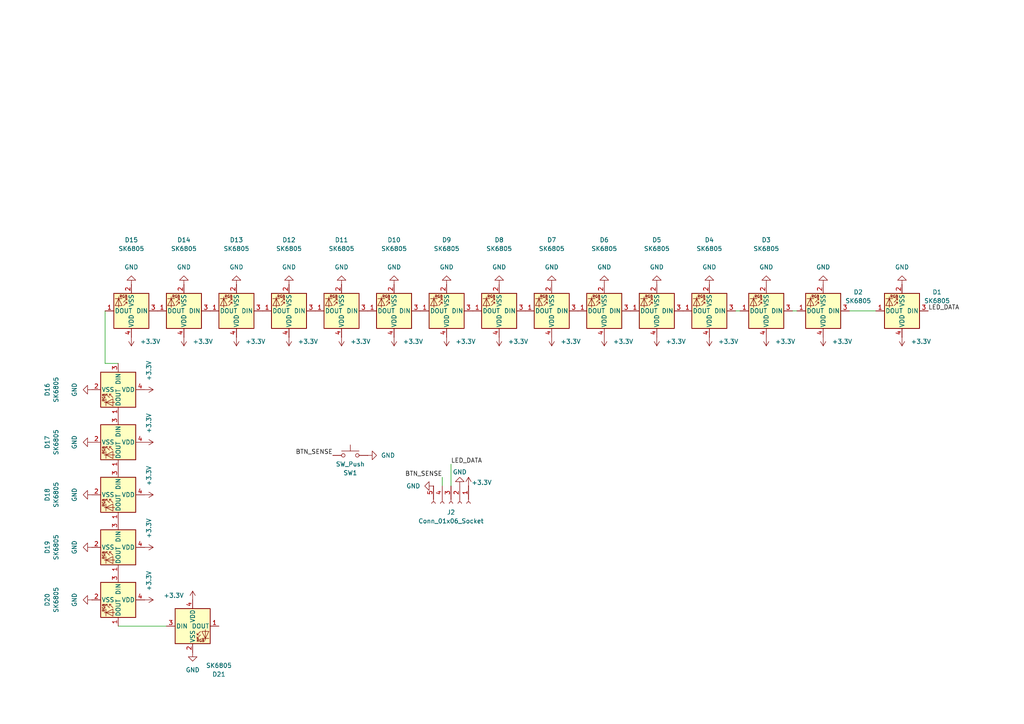
<source format=kicad_sch>
(kicad_sch (version 20250114) (generator "eeschema") (generator_version "9.0")
  (paper "A4")
  (lib_symbols
    (symbol "Connector:Conn_01x05_Socket" (pin_names (offset 1.016) (hide yes))
      (property "Reference" "J" (at 0 7.62 0))
      (property "Value" "Conn_01x05_Socket" (at 0 -7.62 0))
      (symbol "Conn_01x05_Socket_1_1"
        (polyline (pts (xy -1.27 5.08) (xy -0.508 5.08)) (stroke (width 0.1524)))
        (polyline (pts (xy -1.27 2.54) (xy -0.508 2.54)) (stroke (width 0.1524)))
        (polyline (pts (xy -1.27 0) (xy -0.508 0)) (stroke (width 0.1524)))
        (polyline (pts (xy -1.27 -2.54) (xy -0.508 -2.54)) (stroke (width 0.1524)))
        (polyline (pts (xy -1.27 -5.08) (xy -0.508 -5.08)) (stroke (width 0.1524)))
        (arc (start 0 4.572) (mid -0.5058 5.08) (end 0 5.588) (stroke (width 0.1524)))
        (arc (start 0 2.032) (mid -0.5058 2.54) (end 0 3.048) (stroke (width 0.1524)))
        (arc (start 0 -0.508) (mid -0.5058 0) (end 0 0.508) (stroke (width 0.1524)))
        (arc (start 0 -3.048) (mid -0.5058 -2.54) (end 0 -2.032) (stroke (width 0.1524)))
        (arc (start 0 -5.588) (mid -0.5058 -5.08) (end 0 -4.572) (stroke (width 0.1524)))
        (pin passive line (at -5.08 5.08 0) (length 3.81) (name "Pin_1") (number "1"))
        (pin passive line (at -5.08 2.54 0) (length 3.81) (name "Pin_2") (number "2"))
        (pin passive line (at -5.08 0 0) (length 3.81) (name "Pin_3") (number "3"))
        (pin passive line (at -5.08 -2.54 0) (length 3.81) (name "Pin_4") (number "4"))
        (pin passive line (at -5.08 -5.08 0) (length 3.81) (name "Pin_5") (number "5"))
      )
    )
    (symbol "LED:SK6805" (pin_names (offset 0.254))
      (property "Reference" "D" (at 5.08 5.715 0))
      (property "Value" "SK6805" (at 1.27 -5.715 0))
      (symbol "SK6805_0_0"
        (text "RGB" (at 2.286 -4.191 0) (effects (font (size 0.762 0.762))))
      )
      (symbol "SK6805_0_1"
        (polyline (pts (xy 1.27 -2.54) (xy 1.778 -2.54)))
        (polyline (pts (xy 1.27 -3.556) (xy 1.778 -3.556)))
        (polyline (pts (xy 2.286 -1.524) (xy 1.27 -2.54) (xy 1.27 -2.032)))
        (polyline (pts (xy 2.286 -2.54) (xy 1.27 -3.556) (xy 1.27 -3.048)))
        (polyline (pts (xy 3.683 -1.016) (xy 3.683 -3.556) (xy 3.683 -4.064)))
        (polyline (pts (xy 4.699 -1.524) (xy 2.667 -1.524) (xy 3.683 -3.556) (xy 4.699 -1.524)))
        (polyline (pts (xy 4.699 -3.556) (xy 2.667 -3.556)))
        (rectangle (start 5.08 5.08) (end -5.08 -5.08) (stroke (width 0.254)) (fill (type background)))
      )
      (symbol "SK6805_1_1"
        (pin input line (at -7.62 0 0) (length 2.54) (name "DIN") (number "3"))
        (pin power_in line (at 0 7.62 270) (length 2.54) (name "VDD") (number "4"))
        (pin power_in line (at 0 -7.62 90) (length 2.54) (name "VSS") (number "2"))
        (pin output line (at 7.62 0 180) (length 2.54) (name "DOUT") (number "1"))
      )
    )
    (symbol "Switch:SW_Push" (pin_numbers (hide yes)) (pin_names (offset 1.016) (hide yes))
      (property "Reference" "SW" (at 1.27 2.54 0))
      (property "Value" "SW_Push" (at 0 -1.524 0))
      (symbol "SW_Push_0_1"
        (circle (center -2.032 0) (radius 0.508))
        (polyline (pts (xy 0 1.27) (xy 0 3.048)))
        (circle (center 2.032 0) (radius 0.508))
        (polyline (pts (xy 2.54 1.27) (xy -2.54 1.27)))
        (pin passive line (at -5.08 0 0) (length 2.54) (name "1") (number "1"))
        (pin passive line (at 5.08 0 180) (length 2.54) (name "2") (number "2"))
      )
    )
    (symbol "power:+3.3V" (power) (pin_numbers (hide yes)) (pin_names (offset 0) (hide yes))
      (property "Value" "+3.3V" (at 0 3.556 0))
      (symbol "+3.3V_0_1"
        (polyline (pts (xy -0.762 1.27) (xy 0 2.54)))
        (polyline (pts (xy 0 2.54) (xy 0.762 1.27)))
        (polyline (pts (xy 0 0) (xy 0 2.54)))
      )
      (symbol "+3.3V_1_1"
        (pin power_in line (at 0 0 90) (length 0) (name "~") (number "1"))
      )
    )
    (symbol "power:GND" (power) (pin_numbers (hide yes)) (pin_names (offset 0) (hide yes))
      (property "Value" "GND" (at 0 -3.81 0))
      (symbol "GND_0_1"
        (polyline (pts (xy 0 0) (xy 0 -1.27) (xy 1.27 -1.27) (xy 0 -2.54) (xy -1.27 -1.27) (xy 0 -1.27)))
      )
      (symbol "GND_1_1"
        (pin power_in line (at 0 0 270) (length 0) (name "~") (number "1"))
      )
    )
  )
  (wire (pts (xy 128.27 138.43) (xy 128.27 140.97)))
  (wire (pts (xy 229.87 90.17) (xy 231.14 90.17)))
  (wire (pts (xy 34.29 105.41) (xy 30.48 105.41)))
  (wire (pts (xy 30.48 105.41) (xy 30.48 90.17)))
  (wire (pts (xy 246.38 90.17) (xy 254 90.17)))
  (wire (pts (xy 213.36 90.17) (xy 214.63 90.17)))
  (wire (pts (xy 130.81 134.62) (xy 130.81 140.97)))
  (wire (pts (xy 34.29 181.61) (xy 48.26 181.61)))
  (label "BTN_SENSE" (at 128.27 138.43 180))
  (label "LED_DATA" (at 269.24 90.17 0))
  (label "LED_DATA" (at 130.81 134.62 0))
  (label "BTN_SENSE" (at 96.52 132.08 180))
  (symbol (lib_id "power:GND") (at 68.58 82.55 180) (unit 1)
    (property "Reference" "#PWR028" (effects (hide yes)))
    (property "Value" "GND" (at 68.58 77.47 0))
    (property "Description" "Power symbol creates a global label with name \"GND\" , ground" (effects (hide yes)))
  )
  (symbol (lib_id "power:+3.3V") (at 205.74 97.79 180) (unit 1)
    (property "Reference" "#PWR011" (effects (hide yes)))
    (property "Value" "+3.3V" (at 208.28 99.0599 0) (effects (justify right)))
    (property "Description" "Power symbol creates a global label with name \"+3.3V\"" (effects (hide yes)))
  )
  (symbol (lib_id "power:+3.3V") (at 41.91 143.51 270) (unit 1)
    (property "Reference" "#PWR039" (effects (hide yes)))
    (property "Value" "+3.3V" (at 43.1799 140.97 0) (effects (justify right)))
    (property "Description" "Power symbol creates a global label with name \"+3.3V\"" (effects (hide yes)))
  )
  (symbol (lib_id "power:GND") (at 53.34 82.55 180) (unit 1)
    (property "Reference" "#PWR030" (effects (hide yes)))
    (property "Value" "GND" (at 53.34 77.47 0))
    (property "Description" "Power symbol creates a global label with name \"GND\" , ground" (effects (hide yes)))
  )
  (symbol (lib_id "LED:SK6805") (at 68.58 90.17 180) (unit 1)
    (property "Reference" "D13" (at 68.58 69.596 0))
    (property "Value" "SK6805" (at 68.58 72.136 0))
    (property "Footprint" "LED_SMD:LED_SK6805_PLCC4_2.4x2.7mm_P1.3mm" (effects (hide yes)))
    (property "Datasheet" "https://cdn-shop.adafruit.com/product-files/3484/3484_Datasheet.pdf" (effects (hide yes)))
    (property "Description" "RGB LED with integrated controller" (effects (hide yes)))
  )
  (symbol (lib_id "LED:SK6805") (at 53.34 90.17 180) (unit 1)
    (property "Reference" "D14" (at 53.34 69.596 0))
    (property "Value" "SK6805" (at 53.34 72.136 0))
    (property "Footprint" "LED_SMD:LED_SK6805_PLCC4_2.4x2.7mm_P1.3mm" (effects (hide yes)))
    (property "Datasheet" "https://cdn-shop.adafruit.com/product-files/3484/3484_Datasheet.pdf" (effects (hide yes)))
    (property "Description" "RGB LED with integrated controller" (effects (hide yes)))
  )
  (symbol (lib_id "LED:SK6805") (at 38.1 90.17 180) (unit 1)
    (property "Reference" "D15" (at 38.1 69.596 0))
    (property "Value" "SK6805" (at 38.1 72.136 0))
    (property "Footprint" "LED_SMD:LED_SK6805_PLCC4_2.4x2.7mm_P1.3mm" (effects (hide yes)))
    (property "Datasheet" "https://cdn-shop.adafruit.com/product-files/3484/3484_Datasheet.pdf" (effects (hide yes)))
    (property "Description" "RGB LED with integrated controller" (effects (hide yes)))
  )
  (symbol (lib_id "LED:SK6805") (at 34.29 143.51 270) (unit 1)
    (property "Reference" "D18" (at 13.716 143.51 0))
    (property "Value" "SK6805" (at 16.256 143.51 0))
    (property "Footprint" "LED_SMD:LED_SK6805_PLCC4_2.4x2.7mm_P1.3mm" (effects (hide yes)))
    (property "Datasheet" "https://cdn-shop.adafruit.com/product-files/3484/3484_Datasheet.pdf" (effects (hide yes)))
    (property "Description" "RGB LED with integrated controller" (effects (hide yes)))
  )
  (symbol (lib_id "LED:SK6805") (at 160.02 90.17 180) (unit 1)
    (property "Reference" "D7" (at 160.02 69.596 0))
    (property "Value" "SK6805" (at 160.02 72.136 0))
    (property "Footprint" "LED_SMD:LED_SK6805_PLCC4_2.4x2.7mm_P1.3mm" (effects (hide yes)))
    (property "Datasheet" "https://cdn-shop.adafruit.com/product-files/3484/3484_Datasheet.pdf" (effects (hide yes)))
    (property "Description" "RGB LED with integrated controller" (effects (hide yes)))
  )
  (symbol (lib_id "power:+3.3V") (at 175.26 97.79 180) (unit 1)
    (property "Reference" "#PWR015" (effects (hide yes)))
    (property "Value" "+3.3V" (at 177.8 99.0599 0) (effects (justify right)))
    (property "Description" "Power symbol creates a global label with name \"+3.3V\"" (effects (hide yes)))
  )
  (symbol (lib_id "power:+3.3V") (at 41.91 173.99 270) (unit 1)
    (property "Reference" "#PWR043" (effects (hide yes)))
    (property "Value" "+3.3V" (at 43.1799 171.45 0) (effects (justify right)))
    (property "Description" "Power symbol creates a global label with name \"+3.3V\"" (effects (hide yes)))
  )
  (symbol (lib_id "power:+3.3V") (at 38.1 97.79 180) (unit 1)
    (property "Reference" "#PWR033" (effects (hide yes)))
    (property "Value" "+3.3V" (at 40.64 99.0599 0) (effects (justify right)))
    (property "Description" "Power symbol creates a global label with name \"+3.3V\"" (effects (hide yes)))
  )
  (symbol (lib_id "power:GND") (at 205.74 82.55 180) (unit 1)
    (property "Reference" "#PWR010" (effects (hide yes)))
    (property "Value" "GND" (at 205.74 77.47 0))
    (property "Description" "Power symbol creates a global label with name \"GND\" , ground" (effects (hide yes)))
  )
  (symbol (lib_id "power:+3.3V") (at 55.88 173.99 0) (unit 1)
    (property "Reference" "#PWR045" (effects (hide yes)))
    (property "Value" "+3.3V" (at 53.34 172.7201 0) (effects (justify right)))
    (property "Description" "Power symbol creates a global label with name \"+3.3V\"" (effects (hide yes)))
  )
  (symbol (lib_id "power:+3.3V") (at 160.02 97.79 180) (unit 1)
    (property "Reference" "#PWR017" (effects (hide yes)))
    (property "Value" "+3.3V" (at 162.56 99.0599 0) (effects (justify right)))
    (property "Description" "Power symbol creates a global label with name \"+3.3V\"" (effects (hide yes)))
  )
  (symbol (lib_id "power:GND") (at 26.67 128.27 270) (unit 1)
    (property "Reference" "#PWR036" (effects (hide yes)))
    (property "Value" "GND" (at 21.59 128.27 0))
    (property "Description" "Power symbol creates a global label with name \"GND\" , ground" (effects (hide yes)))
  )
  (symbol (lib_id "power:+3.3V") (at 261.62 97.79 180) (unit 1)
    (property "Reference" "#PWR01" (effects (hide yes)))
    (property "Value" "+3.3V" (at 264.16 99.0599 0) (effects (justify right)))
    (property "Description" "Power symbol creates a global label with name \"+3.3V\"" (effects (hide yes)))
  )
  (symbol (lib_id "power:+3.3V") (at 222.25 97.79 180) (unit 1)
    (property "Reference" "#PWR09" (effects (hide yes)))
    (property "Value" "+3.3V" (at 224.79 99.0599 0) (effects (justify right)))
    (property "Description" "Power symbol creates a global label with name \"+3.3V\"" (effects (hide yes)))
  )
  (symbol (lib_id "power:+3.3V") (at 114.3 97.79 180) (unit 1)
    (property "Reference" "#PWR023" (effects (hide yes)))
    (property "Value" "+3.3V" (at 116.84 99.0599 0) (effects (justify right)))
    (property "Description" "Power symbol creates a global label with name \"+3.3V\"" (effects (hide yes)))
  )
  (symbol (lib_id "power:GND") (at 83.82 82.55 180) (unit 1)
    (property "Reference" "#PWR026" (effects (hide yes)))
    (property "Value" "GND" (at 83.82 77.47 0))
    (property "Description" "Power symbol creates a global label with name \"GND\" , ground" (effects (hide yes)))
  )
  (symbol (lib_id "LED:SK6805") (at 129.54 90.17 180) (unit 1)
    (property "Reference" "D9" (at 129.54 69.596 0))
    (property "Value" "SK6805" (at 129.54 72.136 0))
    (property "Footprint" "LED_SMD:LED_SK6805_PLCC4_2.4x2.7mm_P1.3mm" (effects (hide yes)))
    (property "Datasheet" "https://cdn-shop.adafruit.com/product-files/3484/3484_Datasheet.pdf" (effects (hide yes)))
    (property "Description" "RGB LED with integrated controller" (effects (hide yes)))
  )
  (symbol (lib_id "power:GND") (at 114.3 82.55 180) (unit 1)
    (property "Reference" "#PWR022" (effects (hide yes)))
    (property "Value" "GND" (at 114.3 77.47 0))
    (property "Description" "Power symbol creates a global label with name \"GND\" , ground" (effects (hide yes)))
  )
  (symbol (lib_id "power:GND") (at 175.26 82.55 180) (unit 1)
    (property "Reference" "#PWR014" (effects (hide yes)))
    (property "Value" "GND" (at 175.26 77.47 0))
    (property "Description" "Power symbol creates a global label with name \"GND\" , ground" (effects (hide yes)))
  )
  (symbol (lib_id "power:GND") (at 144.78 82.55 180) (unit 1)
    (property "Reference" "#PWR018" (effects (hide yes)))
    (property "Value" "GND" (at 144.78 77.47 0))
    (property "Description" "Power symbol creates a global label with name \"GND\" , ground" (effects (hide yes)))
  )
  (symbol (lib_id "LED:SK6805") (at 205.74 90.17 180) (unit 1)
    (property "Reference" "D4" (at 205.74 69.596 0))
    (property "Value" "SK6805" (at 205.74 72.136 0))
    (property "Footprint" "LED_SMD:LED_SK6805_PLCC4_2.4x2.7mm_P1.3mm" (effects (hide yes)))
    (property "Datasheet" "https://cdn-shop.adafruit.com/product-files/3484/3484_Datasheet.pdf" (effects (hide yes)))
    (property "Description" "RGB LED with integrated controller" (effects (hide yes)))
  )
  (symbol (lib_id "power:GND") (at 125.73 140.97 270) (unit 1)
    (property "Reference" "#PWR04" (effects (hide yes)))
    (property "Value" "GND" (at 121.92 140.9699 90) (effects (justify right)))
    (property "Description" "Power symbol creates a global label with name \"GND\" , ground" (effects (hide yes)))
  )
  (symbol (lib_id "power:+3.3V") (at 68.58 97.79 180) (unit 1)
    (property "Reference" "#PWR029" (effects (hide yes)))
    (property "Value" "+3.3V" (at 71.12 99.0599 0) (effects (justify right)))
    (property "Description" "Power symbol creates a global label with name \"+3.3V\"" (effects (hide yes)))
  )
  (symbol (lib_id "LED:SK6805") (at 34.29 128.27 270) (unit 1)
    (property "Reference" "D17" (at 13.716 128.27 0))
    (property "Value" "SK6805" (at 16.256 128.27 0))
    (property "Footprint" "LED_SMD:LED_SK6805_PLCC4_2.4x2.7mm_P1.3mm" (effects (hide yes)))
    (property "Datasheet" "https://cdn-shop.adafruit.com/product-files/3484/3484_Datasheet.pdf" (effects (hide yes)))
    (property "Description" "RGB LED with integrated controller" (effects (hide yes)))
  )
  (symbol (lib_id "power:GND") (at 26.67 113.03 270) (unit 1)
    (property "Reference" "#PWR034" (effects (hide yes)))
    (property "Value" "GND" (at 21.59 113.03 0))
    (property "Description" "Power symbol creates a global label with name \"GND\" , ground" (effects (hide yes)))
  )
  (symbol (lib_id "power:+3.3V") (at 238.76 97.79 180) (unit 1)
    (property "Reference" "#PWR07" (effects (hide yes)))
    (property "Value" "+3.3V" (at 241.3 99.0599 0) (effects (justify right)))
    (property "Description" "Power symbol creates a global label with name \"+3.3V\"" (effects (hide yes)))
  )
  (symbol (lib_id "LED:SK6805") (at 190.5 90.17 180) (unit 1)
    (property "Reference" "D5" (at 190.5 69.596 0))
    (property "Value" "SK6805" (at 190.5 72.136 0))
    (property "Footprint" "LED_SMD:LED_SK6805_PLCC4_2.4x2.7mm_P1.3mm" (effects (hide yes)))
    (property "Datasheet" "https://cdn-shop.adafruit.com/product-files/3484/3484_Datasheet.pdf" (effects (hide yes)))
    (property "Description" "RGB LED with integrated controller" (effects (hide yes)))
  )
  (symbol (lib_id "power:GND") (at 238.76 82.55 180) (unit 1)
    (property "Reference" "#PWR06" (effects (hide yes)))
    (property "Value" "GND" (at 238.76 77.47 0))
    (property "Description" "Power symbol creates a global label with name \"GND\" , ground" (effects (hide yes)))
  )
  (symbol (lib_id "LED:SK6805") (at 83.82 90.17 180) (unit 1)
    (property "Reference" "D12" (at 83.82 69.596 0))
    (property "Value" "SK6805" (at 83.82 72.136 0))
    (property "Footprint" "LED_SMD:LED_SK6805_PLCC4_2.4x2.7mm_P1.3mm" (effects (hide yes)))
    (property "Datasheet" "https://cdn-shop.adafruit.com/product-files/3484/3484_Datasheet.pdf" (effects (hide yes)))
    (property "Description" "RGB LED with integrated controller" (effects (hide yes)))
  )
  (symbol (lib_id "power:+3.3V") (at 135.89 140.97 0) (unit 1)
    (property "Reference" "#PWR02" (effects (hide yes)))
    (property "Value" "+3.3V" (at 139.7 139.954 0))
    (property "Description" "Power symbol creates a global label with name \"+3.3V\"" (effects (hide yes)))
  )
  (symbol (lib_id "power:GND") (at 26.67 158.75 270) (unit 1)
    (property "Reference" "#PWR040" (effects (hide yes)))
    (property "Value" "GND" (at 21.59 158.75 0))
    (property "Description" "Power symbol creates a global label with name \"GND\" , ground" (effects (hide yes)))
  )
  (symbol (lib_id "power:GND") (at 222.25 82.55 180) (unit 1)
    (property "Reference" "#PWR08" (effects (hide yes)))
    (property "Value" "GND" (at 222.25 77.47 0))
    (property "Description" "Power symbol creates a global label with name \"GND\" , ground" (effects (hide yes)))
  )
  (symbol (lib_id "LED:SK6805") (at 114.3 90.17 180) (unit 1)
    (property "Reference" "D10" (at 114.3 69.596 0))
    (property "Value" "SK6805" (at 114.3 72.136 0))
    (property "Footprint" "LED_SMD:LED_SK6805_PLCC4_2.4x2.7mm_P1.3mm" (effects (hide yes)))
    (property "Datasheet" "https://cdn-shop.adafruit.com/product-files/3484/3484_Datasheet.pdf" (effects (hide yes)))
    (property "Description" "RGB LED with integrated controller" (effects (hide yes)))
  )
  (symbol (lib_id "power:+3.3V") (at 144.78 97.79 180) (unit 1)
    (property "Reference" "#PWR019" (effects (hide yes)))
    (property "Value" "+3.3V" (at 147.32 99.0599 0) (effects (justify right)))
    (property "Description" "Power symbol creates a global label with name \"+3.3V\"" (effects (hide yes)))
  )
  (symbol (lib_id "power:GND") (at 133.35 140.97 180) (unit 1)
    (property "Reference" "#PWR03" (effects (hide yes)))
    (property "Value" "GND" (at 133.35 136.906 0))
    (property "Description" "Power symbol creates a global label with name \"GND\" , ground" (effects (hide yes)))
  )
  (symbol (lib_id "LED:SK6805") (at 55.88 181.61 0) (unit 1)
    (property "Reference" "D21" (at 63.5 195.58 0))
    (property "Value" "SK6805" (at 63.5 193.04 0))
    (property "Footprint" "LED_SMD:LED_SK6805_PLCC4_2.4x2.7mm_P1.3mm" (effects (hide yes)))
    (property "Datasheet" "https://cdn-shop.adafruit.com/product-files/3484/3484_Datasheet.pdf" (effects (hide yes)))
    (property "Description" "RGB LED with integrated controller" (effects (hide yes)))
  )
  (symbol (lib_id "power:+3.3V") (at 41.91 113.03 270) (unit 1)
    (property "Reference" "#PWR035" (effects (hide yes)))
    (property "Value" "+3.3V" (at 43.1799 110.49 0) (effects (justify right)))
    (property "Description" "Power symbol creates a global label with name \"+3.3V\"" (effects (hide yes)))
  )
  (symbol (lib_id "power:GND") (at 129.54 82.55 180) (unit 1)
    (property "Reference" "#PWR020" (effects (hide yes)))
    (property "Value" "GND" (at 129.54 77.47 0))
    (property "Description" "Power symbol creates a global label with name \"GND\" , ground" (effects (hide yes)))
  )
  (symbol (lib_id "power:+3.3V") (at 99.06 97.79 180) (unit 1)
    (property "Reference" "#PWR025" (effects (hide yes)))
    (property "Value" "+3.3V" (at 101.6 99.0599 0) (effects (justify right)))
    (property "Description" "Power symbol creates a global label with name \"+3.3V\"" (effects (hide yes)))
  )
  (symbol (lib_id "LED:SK6805") (at 34.29 173.99 270) (unit 1)
    (property "Reference" "D20" (at 13.716 173.99 0))
    (property "Value" "SK6805" (at 16.256 173.99 0))
    (property "Footprint" "LED_SMD:LED_SK6805_PLCC4_2.4x2.7mm_P1.3mm" (effects (hide yes)))
    (property "Datasheet" "https://cdn-shop.adafruit.com/product-files/3484/3484_Datasheet.pdf" (effects (hide yes)))
    (property "Description" "RGB LED with integrated controller" (effects (hide yes)))
  )
  (symbol (lib_id "power:GND") (at 160.02 82.55 180) (unit 1)
    (property "Reference" "#PWR016" (effects (hide yes)))
    (property "Value" "GND" (at 160.02 77.47 0))
    (property "Description" "Power symbol creates a global label with name \"GND\" , ground" (effects (hide yes)))
  )
  (symbol (lib_id "power:+3.3V") (at 53.34 97.79 180) (unit 1)
    (property "Reference" "#PWR031" (effects (hide yes)))
    (property "Value" "+3.3V" (at 55.88 99.0599 0) (effects (justify right)))
    (property "Description" "Power symbol creates a global label with name \"+3.3V\"" (effects (hide yes)))
  )
  (symbol (lib_id "power:GND") (at 26.67 143.51 270) (unit 1)
    (property "Reference" "#PWR038" (effects (hide yes)))
    (property "Value" "GND" (at 21.59 143.51 0))
    (property "Description" "Power symbol creates a global label with name \"GND\" , ground" (effects (hide yes)))
  )
  (symbol (lib_id "power:GND") (at 106.68 132.08 90) (unit 1)
    (property "Reference" "#PWR068" (effects (hide yes)))
    (property "Value" "GND" (at 110.49 132.0799 90) (effects (justify right)))
    (property "Description" "Power symbol creates a global label with name \"GND\" , ground" (effects (hide yes)))
  )
  (symbol (lib_id "power:+3.3V") (at 41.91 128.27 270) (unit 1)
    (property "Reference" "#PWR037" (effects (hide yes)))
    (property "Value" "+3.3V" (at 43.1799 125.73 0) (effects (justify right)))
    (property "Description" "Power symbol creates a global label with name \"+3.3V\"" (effects (hide yes)))
  )
  (symbol (lib_id "LED:SK6805") (at 175.26 90.17 180) (unit 1)
    (property "Reference" "D6" (at 175.26 69.596 0))
    (property "Value" "SK6805" (at 175.26 72.136 0))
    (property "Footprint" "LED_SMD:LED_SK6805_PLCC4_2.4x2.7mm_P1.3mm" (effects (hide yes)))
    (property "Datasheet" "https://cdn-shop.adafruit.com/product-files/3484/3484_Datasheet.pdf" (effects (hide yes)))
    (property "Description" "RGB LED with integrated controller" (effects (hide yes)))
  )
  (symbol (lib_id "power:+3.3V") (at 83.82 97.79 180) (unit 1)
    (property "Reference" "#PWR027" (effects (hide yes)))
    (property "Value" "+3.3V" (at 86.36 99.0599 0) (effects (justify right)))
    (property "Description" "Power symbol creates a global label with name \"+3.3V\"" (effects (hide yes)))
  )
  (symbol (lib_id "LED:SK6805") (at 34.29 113.03 270) (unit 1)
    (property "Reference" "D16" (at 13.716 113.03 0))
    (property "Value" "SK6805" (at 16.256 113.03 0))
    (property "Footprint" "LED_SMD:LED_SK6805_PLCC4_2.4x2.7mm_P1.3mm" (effects (hide yes)))
    (property "Datasheet" "https://cdn-shop.adafruit.com/product-files/3484/3484_Datasheet.pdf" (effects (hide yes)))
    (property "Description" "RGB LED with integrated controller" (effects (hide yes)))
  )
  (symbol (lib_id "LED:SK6805") (at 99.06 90.17 180) (unit 1)
    (property "Reference" "D11" (at 99.06 69.596 0))
    (property "Value" "SK6805" (at 99.06 72.136 0))
    (property "Footprint" "LED_SMD:LED_SK6805_PLCC4_2.4x2.7mm_P1.3mm" (effects (hide yes)))
    (property "Datasheet" "https://cdn-shop.adafruit.com/product-files/3484/3484_Datasheet.pdf" (effects (hide yes)))
    (property "Description" "RGB LED with integrated controller" (effects (hide yes)))
  )
  (symbol (lib_id "Connector:Conn_01x05_Socket") (at 130.81 146.05 270) (unit 1)
    (property "Reference" "J2" (at 130.81 148.59 90))
    (property "Value" "Conn_01x06_Socket" (at 130.81 151.13 90))
    (property "Footprint" "Connector_FFC-FPC:Molex_200528-0050_1x05-1MP_P1.00mm_Horizontal" (effects (hide yes)))
    (property "Description" "Generic connector, single row, 01x05, script generated" (effects (hide yes)))
  )
  (symbol (lib_id "power:GND") (at 99.06 82.55 180) (unit 1)
    (property "Reference" "#PWR024" (effects (hide yes)))
    (property "Value" "GND" (at 99.06 77.47 0))
    (property "Description" "Power symbol creates a global label with name \"GND\" , ground" (effects (hide yes)))
  )
  (symbol (lib_id "LED:SK6805") (at 144.78 90.17 180) (unit 1)
    (property "Reference" "D8" (at 144.78 69.596 0))
    (property "Value" "SK6805" (at 144.78 72.136 0))
    (property "Footprint" "LED_SMD:LED_SK6805_PLCC4_2.4x2.7mm_P1.3mm" (effects (hide yes)))
    (property "Datasheet" "https://cdn-shop.adafruit.com/product-files/3484/3484_Datasheet.pdf" (effects (hide yes)))
    (property "Description" "RGB LED with integrated controller" (effects (hide yes)))
  )
  (symbol (lib_id "Switch:SW_Push") (at 101.6 132.08 0) (unit 1)
    (property "Reference" "SW1" (at 101.6 137.16 0))
    (property "Value" "SW_Push" (at 101.6 134.62 0))
    (property "Footprint" "Button_Switch_SMD:SW_Push_1P1T_NO_CK_KMR2" (effects (hide yes)))
    (property "Description" "Push button switch, generic, two pins" (effects (hide yes)))
  )
  (symbol (lib_id "power:GND") (at 261.62 82.55 180) (unit 1)
    (property "Reference" "#PWR05" (effects (hide yes)))
    (property "Value" "GND" (at 261.62 77.47 0))
    (property "Description" "Power symbol creates a global label with name \"GND\" , ground" (effects (hide yes)))
  )
  (symbol (lib_id "power:GND") (at 38.1 82.55 180) (unit 1)
    (property "Reference" "#PWR032" (effects (hide yes)))
    (property "Value" "GND" (at 38.1 77.47 0))
    (property "Description" "Power symbol creates a global label with name \"GND\" , ground" (effects (hide yes)))
  )
  (symbol (lib_id "power:+3.3V") (at 41.91 158.75 270) (unit 1)
    (property "Reference" "#PWR041" (effects (hide yes)))
    (property "Value" "+3.3V" (at 43.1799 156.21 0) (effects (justify right)))
    (property "Description" "Power symbol creates a global label with name \"+3.3V\"" (effects (hide yes)))
  )
  (symbol (lib_id "LED:SK6805") (at 34.29 158.75 270) (unit 1)
    (property "Reference" "D19" (at 13.716 158.75 0))
    (property "Value" "SK6805" (at 16.256 158.75 0))
    (property "Footprint" "LED_SMD:LED_SK6805_PLCC4_2.4x2.7mm_P1.3mm" (effects (hide yes)))
    (property "Datasheet" "https://cdn-shop.adafruit.com/product-files/3484/3484_Datasheet.pdf" (effects (hide yes)))
    (property "Description" "RGB LED with integrated controller" (effects (hide yes)))
  )
  (symbol (lib_id "power:+3.3V") (at 190.5 97.79 180) (unit 1)
    (property "Reference" "#PWR013" (effects (hide yes)))
    (property "Value" "+3.3V" (at 193.04 99.0599 0) (effects (justify right)))
    (property "Description" "Power symbol creates a global label with name \"+3.3V\"" (effects (hide yes)))
  )
  (symbol (lib_id "power:+3.3V") (at 129.54 97.79 180) (unit 1)
    (property "Reference" "#PWR021" (effects (hide yes)))
    (property "Value" "+3.3V" (at 132.08 99.0599 0) (effects (justify right)))
    (property "Description" "Power symbol creates a global label with name \"+3.3V\"" (effects (hide yes)))
  )
  (symbol (lib_id "LED:SK6805") (at 261.62 90.17 180) (unit 1)
    (property "Reference" "D1" (at 271.78 84.7246 0))
    (property "Value" "SK6805" (at 271.78 87.2646 0))
    (property "Footprint" "LED_SMD:LED_SK6805_PLCC4_2.4x2.7mm_P1.3mm" (effects (hide yes)))
    (property "Datasheet" "https://cdn-shop.adafruit.com/product-files/3484/3484_Datasheet.pdf" (effects (hide yes)))
    (property "Description" "RGB LED with integrated controller" (effects (hide yes)))
  )
  (symbol (lib_id "power:GND") (at 190.5 82.55 180) (unit 1)
    (property "Reference" "#PWR012" (effects (hide yes)))
    (property "Value" "GND" (at 190.5 77.47 0))
    (property "Description" "Power symbol creates a global label with name \"GND\" , ground" (effects (hide yes)))
  )
  (symbol (lib_id "LED:SK6805") (at 238.76 90.17 180) (unit 1)
    (property "Reference" "D2" (at 248.92 84.7246 0))
    (property "Value" "SK6805" (at 248.92 87.2646 0))
    (property "Footprint" "LED_SMD:LED_SK6805_PLCC4_2.4x2.7mm_P1.3mm" (effects (hide yes)))
    (property "Datasheet" "https://cdn-shop.adafruit.com/product-files/3484/3484_Datasheet.pdf" (effects (hide yes)))
    (property "Description" "RGB LED with integrated controller" (effects (hide yes)))
  )
  (symbol (lib_id "LED:SK6805") (at 222.25 90.17 180) (unit 1)
    (property "Reference" "D3" (at 222.25 69.596 0))
    (property "Value" "SK6805" (at 222.25 72.136 0))
    (property "Footprint" "LED_SMD:LED_SK6805_PLCC4_2.4x2.7mm_P1.3mm" (effects (hide yes)))
    (property "Datasheet" "https://cdn-shop.adafruit.com/product-files/3484/3484_Datasheet.pdf" (effects (hide yes)))
    (property "Description" "RGB LED with integrated controller" (effects (hide yes)))
  )
  (symbol (lib_id "power:GND") (at 26.67 173.99 270) (unit 1)
    (property "Reference" "#PWR042" (effects (hide yes)))
    (property "Value" "GND" (at 21.59 173.99 0))
    (property "Description" "Power symbol creates a global label with name \"GND\" , ground" (effects (hide yes)))
  )
  (symbol (lib_id "power:GND") (at 55.88 189.23 0) (unit 1)
    (property "Reference" "#PWR044" (effects (hide yes)))
    (property "Value" "GND" (at 55.88 194.31 0))
    (property "Description" "Power symbol creates a global label with name \"GND\" , ground" (effects (hide yes)))
  )
)
</source>
